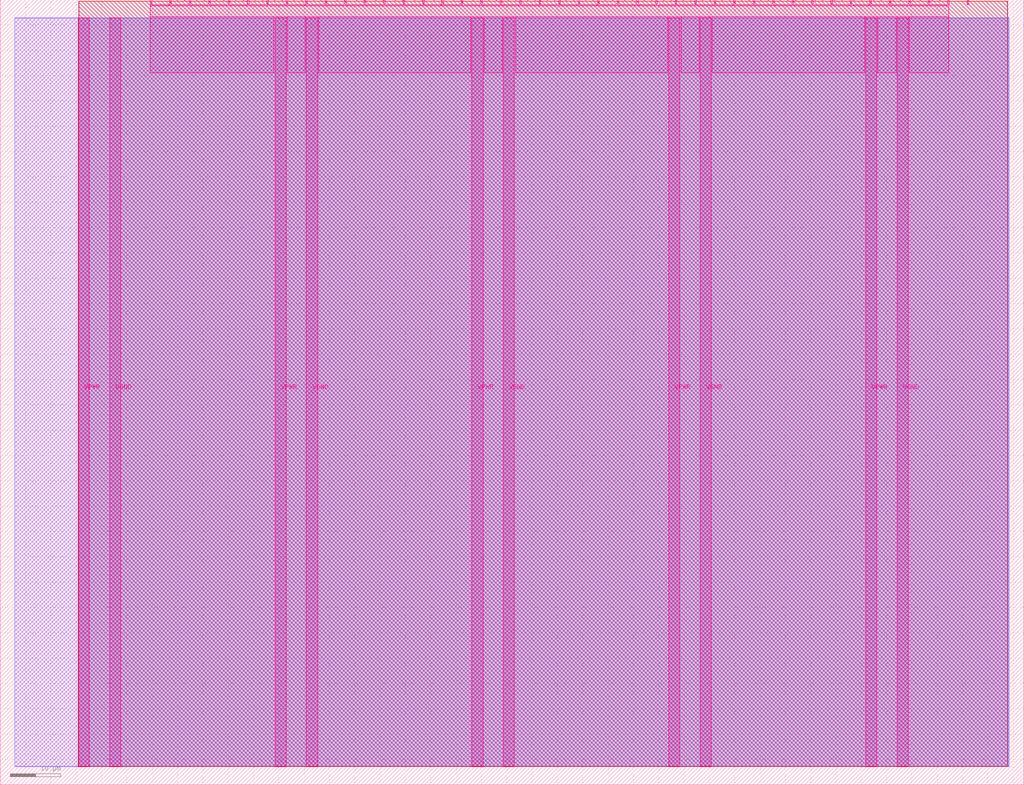
<source format=lef>
VERSION 5.7 ;
  NOWIREEXTENSIONATPIN ON ;
  DIVIDERCHAR "/" ;
  BUSBITCHARS "[]" ;
MACRO tt_um_rte_sine_synth
  CLASS BLOCK ;
  FOREIGN tt_um_rte_sine_synth ;
  ORIGIN 0.000 0.000 ;
  SIZE 202.080 BY 154.980 ;
  PIN VGND
    DIRECTION INOUT ;
    USE GROUND ;
    PORT
      LAYER Metal5 ;
        RECT 21.580 3.560 23.780 151.420 ;
    END
    PORT
      LAYER Metal5 ;
        RECT 60.450 3.560 62.650 151.420 ;
    END
    PORT
      LAYER Metal5 ;
        RECT 99.320 3.560 101.520 151.420 ;
    END
    PORT
      LAYER Metal5 ;
        RECT 138.190 3.560 140.390 151.420 ;
    END
    PORT
      LAYER Metal5 ;
        RECT 177.060 3.560 179.260 151.420 ;
    END
  END VGND
  PIN VPWR
    DIRECTION INOUT ;
    USE POWER ;
    PORT
      LAYER Metal5 ;
        RECT 15.380 3.560 17.580 151.420 ;
    END
    PORT
      LAYER Metal5 ;
        RECT 54.250 3.560 56.450 151.420 ;
    END
    PORT
      LAYER Metal5 ;
        RECT 93.120 3.560 95.320 151.420 ;
    END
    PORT
      LAYER Metal5 ;
        RECT 131.990 3.560 134.190 151.420 ;
    END
    PORT
      LAYER Metal5 ;
        RECT 170.860 3.560 173.060 151.420 ;
    END
  END VPWR
  PIN clk
    DIRECTION INPUT ;
    USE SIGNAL ;
    ANTENNAGATEAREA 0.213200 ;
    PORT
      LAYER Metal5 ;
        RECT 187.050 153.980 187.350 154.980 ;
    END
  END clk
  PIN ena
    DIRECTION INPUT ;
    USE SIGNAL ;
    PORT
      LAYER Metal5 ;
        RECT 190.890 153.980 191.190 154.980 ;
    END
  END ena
  PIN rst_n
    DIRECTION INPUT ;
    USE SIGNAL ;
    ANTENNAGATEAREA 0.629200 ;
    PORT
      LAYER Metal5 ;
        RECT 183.210 153.980 183.510 154.980 ;
    END
  END rst_n
  PIN ui_in[0]
    DIRECTION INPUT ;
    USE SIGNAL ;
    ANTENNAGATEAREA 0.180700 ;
    PORT
      LAYER Metal5 ;
        RECT 179.370 153.980 179.670 154.980 ;
    END
  END ui_in[0]
  PIN ui_in[1]
    DIRECTION INPUT ;
    USE SIGNAL ;
    ANTENNAGATEAREA 0.180700 ;
    PORT
      LAYER Metal5 ;
        RECT 175.530 153.980 175.830 154.980 ;
    END
  END ui_in[1]
  PIN ui_in[2]
    DIRECTION INPUT ;
    USE SIGNAL ;
    ANTENNAGATEAREA 0.180700 ;
    PORT
      LAYER Metal5 ;
        RECT 171.690 153.980 171.990 154.980 ;
    END
  END ui_in[2]
  PIN ui_in[3]
    DIRECTION INPUT ;
    USE SIGNAL ;
    ANTENNAGATEAREA 0.180700 ;
    PORT
      LAYER Metal5 ;
        RECT 167.850 153.980 168.150 154.980 ;
    END
  END ui_in[3]
  PIN ui_in[4]
    DIRECTION INPUT ;
    USE SIGNAL ;
    ANTENNAGATEAREA 0.180700 ;
    PORT
      LAYER Metal5 ;
        RECT 164.010 153.980 164.310 154.980 ;
    END
  END ui_in[4]
  PIN ui_in[5]
    DIRECTION INPUT ;
    USE SIGNAL ;
    ANTENNAGATEAREA 0.180700 ;
    PORT
      LAYER Metal5 ;
        RECT 160.170 153.980 160.470 154.980 ;
    END
  END ui_in[5]
  PIN ui_in[6]
    DIRECTION INPUT ;
    USE SIGNAL ;
    ANTENNAGATEAREA 0.180700 ;
    PORT
      LAYER Metal5 ;
        RECT 156.330 153.980 156.630 154.980 ;
    END
  END ui_in[6]
  PIN ui_in[7]
    DIRECTION INPUT ;
    USE SIGNAL ;
    ANTENNAGATEAREA 0.180700 ;
    PORT
      LAYER Metal5 ;
        RECT 152.490 153.980 152.790 154.980 ;
    END
  END ui_in[7]
  PIN uio_in[0]
    DIRECTION INPUT ;
    USE SIGNAL ;
    PORT
      LAYER Metal5 ;
        RECT 148.650 153.980 148.950 154.980 ;
    END
  END uio_in[0]
  PIN uio_in[1]
    DIRECTION INPUT ;
    USE SIGNAL ;
    PORT
      LAYER Metal5 ;
        RECT 144.810 153.980 145.110 154.980 ;
    END
  END uio_in[1]
  PIN uio_in[2]
    DIRECTION INPUT ;
    USE SIGNAL ;
    PORT
      LAYER Metal5 ;
        RECT 140.970 153.980 141.270 154.980 ;
    END
  END uio_in[2]
  PIN uio_in[3]
    DIRECTION INPUT ;
    USE SIGNAL ;
    PORT
      LAYER Metal5 ;
        RECT 137.130 153.980 137.430 154.980 ;
    END
  END uio_in[3]
  PIN uio_in[4]
    DIRECTION INPUT ;
    USE SIGNAL ;
    PORT
      LAYER Metal5 ;
        RECT 133.290 153.980 133.590 154.980 ;
    END
  END uio_in[4]
  PIN uio_in[5]
    DIRECTION INPUT ;
    USE SIGNAL ;
    PORT
      LAYER Metal5 ;
        RECT 129.450 153.980 129.750 154.980 ;
    END
  END uio_in[5]
  PIN uio_in[6]
    DIRECTION INPUT ;
    USE SIGNAL ;
    PORT
      LAYER Metal5 ;
        RECT 125.610 153.980 125.910 154.980 ;
    END
  END uio_in[6]
  PIN uio_in[7]
    DIRECTION INPUT ;
    USE SIGNAL ;
    PORT
      LAYER Metal5 ;
        RECT 121.770 153.980 122.070 154.980 ;
    END
  END uio_in[7]
  PIN uio_oe[0]
    DIRECTION OUTPUT ;
    USE SIGNAL ;
    ANTENNADIFFAREA 0.299200 ;
    PORT
      LAYER Metal5 ;
        RECT 56.490 153.980 56.790 154.980 ;
    END
  END uio_oe[0]
  PIN uio_oe[1]
    DIRECTION OUTPUT ;
    USE SIGNAL ;
    ANTENNADIFFAREA 0.299200 ;
    PORT
      LAYER Metal5 ;
        RECT 52.650 153.980 52.950 154.980 ;
    END
  END uio_oe[1]
  PIN uio_oe[2]
    DIRECTION OUTPUT ;
    USE SIGNAL ;
    ANTENNADIFFAREA 0.299200 ;
    PORT
      LAYER Metal5 ;
        RECT 48.810 153.980 49.110 154.980 ;
    END
  END uio_oe[2]
  PIN uio_oe[3]
    DIRECTION OUTPUT ;
    USE SIGNAL ;
    ANTENNADIFFAREA 0.299200 ;
    PORT
      LAYER Metal5 ;
        RECT 44.970 153.980 45.270 154.980 ;
    END
  END uio_oe[3]
  PIN uio_oe[4]
    DIRECTION OUTPUT ;
    USE SIGNAL ;
    ANTENNADIFFAREA 0.299200 ;
    PORT
      LAYER Metal5 ;
        RECT 41.130 153.980 41.430 154.980 ;
    END
  END uio_oe[4]
  PIN uio_oe[5]
    DIRECTION OUTPUT ;
    USE SIGNAL ;
    ANTENNADIFFAREA 0.299200 ;
    PORT
      LAYER Metal5 ;
        RECT 37.290 153.980 37.590 154.980 ;
    END
  END uio_oe[5]
  PIN uio_oe[6]
    DIRECTION OUTPUT ;
    USE SIGNAL ;
    ANTENNADIFFAREA 0.299200 ;
    PORT
      LAYER Metal5 ;
        RECT 33.450 153.980 33.750 154.980 ;
    END
  END uio_oe[6]
  PIN uio_oe[7]
    DIRECTION OUTPUT ;
    USE SIGNAL ;
    ANTENNADIFFAREA 0.392700 ;
    PORT
      LAYER Metal5 ;
        RECT 29.610 153.980 29.910 154.980 ;
    END
  END uio_oe[7]
  PIN uio_out[0]
    DIRECTION OUTPUT ;
    USE SIGNAL ;
    ANTENNADIFFAREA 0.299200 ;
    PORT
      LAYER Metal5 ;
        RECT 87.210 153.980 87.510 154.980 ;
    END
  END uio_out[0]
  PIN uio_out[1]
    DIRECTION OUTPUT ;
    USE SIGNAL ;
    ANTENNADIFFAREA 0.299200 ;
    PORT
      LAYER Metal5 ;
        RECT 83.370 153.980 83.670 154.980 ;
    END
  END uio_out[1]
  PIN uio_out[2]
    DIRECTION OUTPUT ;
    USE SIGNAL ;
    ANTENNADIFFAREA 0.299200 ;
    PORT
      LAYER Metal5 ;
        RECT 79.530 153.980 79.830 154.980 ;
    END
  END uio_out[2]
  PIN uio_out[3]
    DIRECTION OUTPUT ;
    USE SIGNAL ;
    ANTENNADIFFAREA 0.299200 ;
    PORT
      LAYER Metal5 ;
        RECT 75.690 153.980 75.990 154.980 ;
    END
  END uio_out[3]
  PIN uio_out[4]
    DIRECTION OUTPUT ;
    USE SIGNAL ;
    ANTENNADIFFAREA 0.299200 ;
    PORT
      LAYER Metal5 ;
        RECT 71.850 153.980 72.150 154.980 ;
    END
  END uio_out[4]
  PIN uio_out[5]
    DIRECTION OUTPUT ;
    USE SIGNAL ;
    ANTENNADIFFAREA 0.299200 ;
    PORT
      LAYER Metal5 ;
        RECT 68.010 153.980 68.310 154.980 ;
    END
  END uio_out[5]
  PIN uio_out[6]
    DIRECTION OUTPUT ;
    USE SIGNAL ;
    ANTENNADIFFAREA 0.299200 ;
    PORT
      LAYER Metal5 ;
        RECT 64.170 153.980 64.470 154.980 ;
    END
  END uio_out[6]
  PIN uio_out[7]
    DIRECTION OUTPUT ;
    USE SIGNAL ;
    ANTENNADIFFAREA 0.654800 ;
    PORT
      LAYER Metal5 ;
        RECT 60.330 153.980 60.630 154.980 ;
    END
  END uio_out[7]
  PIN uo_out[0]
    DIRECTION OUTPUT ;
    USE SIGNAL ;
    ANTENNADIFFAREA 0.654800 ;
    PORT
      LAYER Metal5 ;
        RECT 117.930 153.980 118.230 154.980 ;
    END
  END uo_out[0]
  PIN uo_out[1]
    DIRECTION OUTPUT ;
    USE SIGNAL ;
    ANTENNADIFFAREA 0.654800 ;
    PORT
      LAYER Metal5 ;
        RECT 114.090 153.980 114.390 154.980 ;
    END
  END uo_out[1]
  PIN uo_out[2]
    DIRECTION OUTPUT ;
    USE SIGNAL ;
    ANTENNADIFFAREA 0.654800 ;
    PORT
      LAYER Metal5 ;
        RECT 110.250 153.980 110.550 154.980 ;
    END
  END uo_out[2]
  PIN uo_out[3]
    DIRECTION OUTPUT ;
    USE SIGNAL ;
    ANTENNADIFFAREA 0.654800 ;
    PORT
      LAYER Metal5 ;
        RECT 106.410 153.980 106.710 154.980 ;
    END
  END uo_out[3]
  PIN uo_out[4]
    DIRECTION OUTPUT ;
    USE SIGNAL ;
    ANTENNADIFFAREA 0.654800 ;
    PORT
      LAYER Metal5 ;
        RECT 102.570 153.980 102.870 154.980 ;
    END
  END uo_out[4]
  PIN uo_out[5]
    DIRECTION OUTPUT ;
    USE SIGNAL ;
    ANTENNADIFFAREA 0.654800 ;
    PORT
      LAYER Metal5 ;
        RECT 98.730 153.980 99.030 154.980 ;
    END
  END uo_out[5]
  PIN uo_out[6]
    DIRECTION OUTPUT ;
    USE SIGNAL ;
    ANTENNADIFFAREA 0.654800 ;
    PORT
      LAYER Metal5 ;
        RECT 94.890 153.980 95.190 154.980 ;
    END
  END uo_out[6]
  PIN uo_out[7]
    DIRECTION OUTPUT ;
    USE SIGNAL ;
    ANTENNADIFFAREA 0.654800 ;
    PORT
      LAYER Metal5 ;
        RECT 91.050 153.980 91.350 154.980 ;
    END
  END uo_out[7]
  OBS
      LAYER GatPoly ;
        RECT 2.880 3.630 199.200 151.350 ;
      LAYER Metal1 ;
        RECT 2.880 3.560 199.200 151.420 ;
      LAYER Metal2 ;
        RECT 15.515 3.680 198.995 151.300 ;
      LAYER Metal3 ;
        RECT 15.560 3.635 198.820 154.705 ;
      LAYER Metal4 ;
        RECT 15.515 3.680 198.865 154.660 ;
      LAYER Metal5 ;
        RECT 30.120 153.770 33.240 153.980 ;
        RECT 33.960 153.770 37.080 153.980 ;
        RECT 37.800 153.770 40.920 153.980 ;
        RECT 41.640 153.770 44.760 153.980 ;
        RECT 45.480 153.770 48.600 153.980 ;
        RECT 49.320 153.770 52.440 153.980 ;
        RECT 53.160 153.770 56.280 153.980 ;
        RECT 57.000 153.770 60.120 153.980 ;
        RECT 60.840 153.770 63.960 153.980 ;
        RECT 64.680 153.770 67.800 153.980 ;
        RECT 68.520 153.770 71.640 153.980 ;
        RECT 72.360 153.770 75.480 153.980 ;
        RECT 76.200 153.770 79.320 153.980 ;
        RECT 80.040 153.770 83.160 153.980 ;
        RECT 83.880 153.770 87.000 153.980 ;
        RECT 87.720 153.770 90.840 153.980 ;
        RECT 91.560 153.770 94.680 153.980 ;
        RECT 95.400 153.770 98.520 153.980 ;
        RECT 99.240 153.770 102.360 153.980 ;
        RECT 103.080 153.770 106.200 153.980 ;
        RECT 106.920 153.770 110.040 153.980 ;
        RECT 110.760 153.770 113.880 153.980 ;
        RECT 114.600 153.770 117.720 153.980 ;
        RECT 118.440 153.770 121.560 153.980 ;
        RECT 122.280 153.770 125.400 153.980 ;
        RECT 126.120 153.770 129.240 153.980 ;
        RECT 129.960 153.770 133.080 153.980 ;
        RECT 133.800 153.770 136.920 153.980 ;
        RECT 137.640 153.770 140.760 153.980 ;
        RECT 141.480 153.770 144.600 153.980 ;
        RECT 145.320 153.770 148.440 153.980 ;
        RECT 149.160 153.770 152.280 153.980 ;
        RECT 153.000 153.770 156.120 153.980 ;
        RECT 156.840 153.770 159.960 153.980 ;
        RECT 160.680 153.770 163.800 153.980 ;
        RECT 164.520 153.770 167.640 153.980 ;
        RECT 168.360 153.770 171.480 153.980 ;
        RECT 172.200 153.770 175.320 153.980 ;
        RECT 176.040 153.770 179.160 153.980 ;
        RECT 179.880 153.770 183.000 153.980 ;
        RECT 183.720 153.770 186.840 153.980 ;
        RECT 29.660 151.630 187.300 153.770 ;
        RECT 29.660 140.555 54.040 151.630 ;
        RECT 56.660 140.555 60.240 151.630 ;
        RECT 62.860 140.555 92.910 151.630 ;
        RECT 95.530 140.555 99.110 151.630 ;
        RECT 101.730 140.555 131.780 151.630 ;
        RECT 134.400 140.555 137.980 151.630 ;
        RECT 140.600 140.555 170.650 151.630 ;
        RECT 173.270 140.555 176.850 151.630 ;
        RECT 179.470 140.555 187.300 151.630 ;
  END
END tt_um_rte_sine_synth
END LIBRARY


</source>
